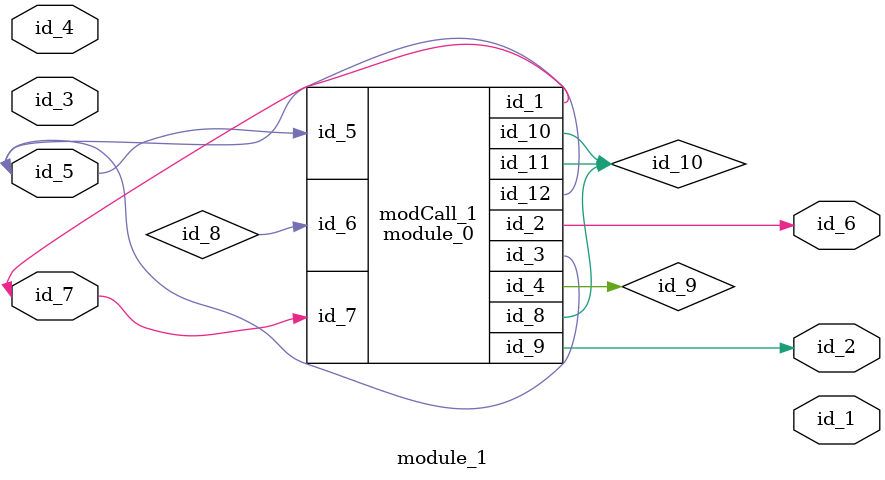
<source format=v>
module module_0 (
    id_1,
    id_2,
    id_3,
    id_4,
    id_5,
    id_6,
    id_7,
    id_8,
    id_9,
    id_10,
    id_11,
    id_12
);
  inout wire id_12;
  output wire id_11;
  inout wire id_10;
  output wire id_9;
  inout wire id_8;
  input wire id_7;
  input wire id_6;
  input wire id_5;
  inout wire id_4;
  output wire id_3;
  output wire id_2;
  inout wire id_1;
  wire id_13;
  genvar id_14;
endmodule
module module_1 (
    id_1,
    id_2,
    id_3,
    id_4,
    id_5,
    id_6,
    id_7
);
  inout wire id_7;
  output wire id_6;
  inout wire id_5;
  inout wire id_4;
  input wire id_3;
  output wire id_2;
  output wire id_1;
  wire id_8, id_9;
  wire id_10;
  module_0 modCall_1 (
      id_7,
      id_6,
      id_5,
      id_9,
      id_5,
      id_8,
      id_7,
      id_10,
      id_2,
      id_10,
      id_10,
      id_5
  );
endmodule

</source>
